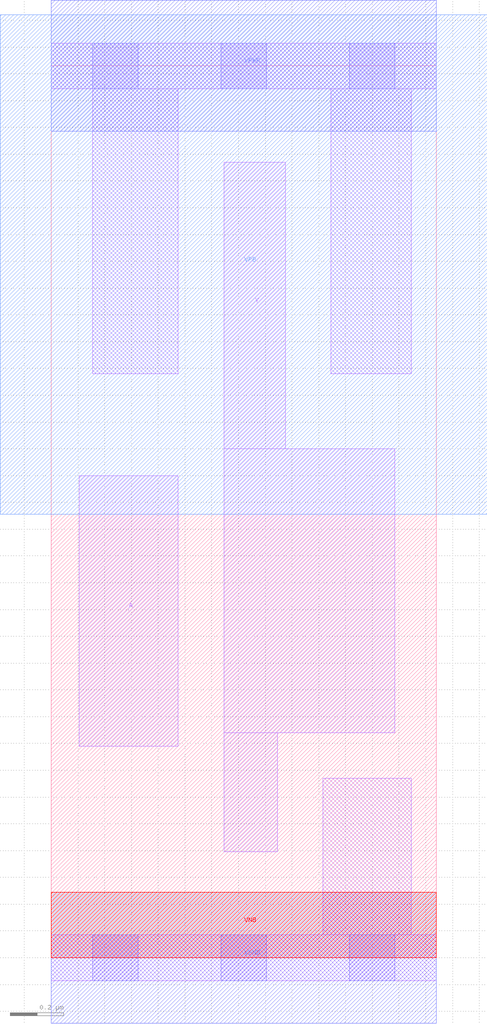
<source format=lef>
# Copyright 2020 The SkyWater PDK Authors
#
# Licensed under the Apache License, Version 2.0 (the "License");
# you may not use this file except in compliance with the License.
# You may obtain a copy of the License at
#
#     https://www.apache.org/licenses/LICENSE-2.0
#
# Unless required by applicable law or agreed to in writing, software
# distributed under the License is distributed on an "AS IS" BASIS,
# WITHOUT WARRANTIES OR CONDITIONS OF ANY KIND, either express or implied.
# See the License for the specific language governing permissions and
# limitations under the License.
#
# SPDX-License-Identifier: Apache-2.0

VERSION 5.7 ;
  NOWIREEXTENSIONATPIN ON ;
  DIVIDERCHAR "/" ;
  BUSBITCHARS "[]" ;
MACRO sky130_fd_sc_lp__clkinv_1
  CLASS CORE ;
  FOREIGN sky130_fd_sc_lp__clkinv_1 ;
  ORIGIN  0.000000  0.000000 ;
  SIZE  1.440000 BY  3.330000 ;
  SYMMETRY X Y R90 ;
  SITE unit ;
  PIN A
    ANTENNAGATEAREA  0.315000 ;
    DIRECTION INPUT ;
    USE SIGNAL ;
    PORT
      LAYER li1 ;
        RECT 0.105000 0.790000 0.475000 1.800000 ;
    END
  END A
  PIN Y
    ANTENNADIFFAREA  0.346500 ;
    DIRECTION OUTPUT ;
    USE SIGNAL ;
    PORT
      LAYER li1 ;
        RECT 0.645000 0.395000 0.845000 0.840000 ;
        RECT 0.645000 0.840000 1.285000 1.900000 ;
        RECT 0.645000 1.900000 0.875000 2.970000 ;
    END
  END Y
  PIN VGND
    DIRECTION INOUT ;
    USE GROUND ;
    PORT
      LAYER met1 ;
        RECT 0.000000 -0.245000 1.440000 0.245000 ;
    END
  END VGND
  PIN VNB
    DIRECTION INOUT ;
    USE GROUND ;
    PORT
      LAYER pwell ;
        RECT 0.000000 0.000000 1.440000 0.245000 ;
    END
  END VNB
  PIN VPB
    DIRECTION INOUT ;
    USE POWER ;
    PORT
      LAYER nwell ;
        RECT -0.190000 1.655000 1.630000 3.520000 ;
    END
  END VPB
  PIN VPWR
    DIRECTION INOUT ;
    USE POWER ;
    PORT
      LAYER met1 ;
        RECT 0.000000 3.085000 1.440000 3.575000 ;
    END
  END VPWR
  OBS
    LAYER li1 ;
      RECT 0.000000 -0.085000 1.440000 0.085000 ;
      RECT 0.000000  3.245000 1.440000 3.415000 ;
      RECT 0.155000  2.180000 0.475000 3.245000 ;
      RECT 1.015000  0.085000 1.345000 0.670000 ;
      RECT 1.045000  2.180000 1.345000 3.245000 ;
    LAYER mcon ;
      RECT 0.155000 -0.085000 0.325000 0.085000 ;
      RECT 0.155000  3.245000 0.325000 3.415000 ;
      RECT 0.635000 -0.085000 0.805000 0.085000 ;
      RECT 0.635000  3.245000 0.805000 3.415000 ;
      RECT 1.115000 -0.085000 1.285000 0.085000 ;
      RECT 1.115000  3.245000 1.285000 3.415000 ;
  END
END sky130_fd_sc_lp__clkinv_1
END LIBRARY

</source>
